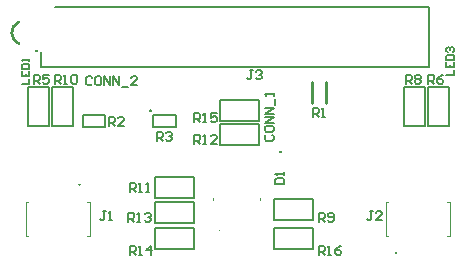
<source format=gto>
G04*
G04 #@! TF.GenerationSoftware,Altium Limited,Altium Designer,19.1.5 (86)*
G04*
G04 Layer_Color=65535*
%FSLAX25Y25*%
%MOIN*%
G70*
G01*
G75*
%ADD10C,0.00787*%
%ADD11C,0.00394*%
%ADD12C,0.01000*%
%ADD13C,0.00800*%
%ADD14C,0.00600*%
D10*
X20480Y23917D02*
G03*
X20087Y23917I-197J0D01*
G01*
D02*
G03*
X20480Y23917I197J0D01*
G01*
D02*
G03*
X20087Y23917I-197J0D01*
G01*
X125520Y1083D02*
G03*
X125913Y1083I197J0D01*
G01*
D02*
G03*
X125520Y1083I-197J0D01*
G01*
D02*
G03*
X125913Y1083I197J0D01*
G01*
X12000Y82961D02*
X136626D01*
Y63051D02*
Y82961D01*
X7374Y63051D02*
X136626D01*
X7374D02*
Y68012D01*
D11*
X66991Y8778D02*
G03*
X66991Y8778I-197J0D01*
G01*
X23728Y6929D02*
Y18071D01*
Y6929D02*
Y18071D01*
X2272Y6929D02*
Y18071D01*
Y6929D02*
Y18071D01*
X22842D02*
X23728D01*
X22842D02*
X23728D01*
X2272D02*
X3158D01*
X2272D02*
X3158D01*
X2272Y6929D02*
X3158D01*
X2272D02*
X3158D01*
X22842D02*
X23728D01*
X22842D02*
X23728D01*
X122272D02*
Y18071D01*
Y6929D02*
Y18071D01*
X143728Y6929D02*
Y18071D01*
Y6929D02*
Y18071D01*
X122272Y6929D02*
X123158D01*
X122272D02*
X123158D01*
X142842D02*
X143728D01*
X142842D02*
X143728D01*
X142842Y18071D02*
X143728D01*
X142842D02*
X143728D01*
X122272D02*
X123158D01*
X122272D02*
X123158D01*
X80374Y18645D02*
Y19317D01*
X64626Y18645D02*
Y19317D01*
D12*
X5811Y68476D02*
G03*
X5811Y68476I-47J0D01*
G01*
X13Y78133D02*
G03*
X20Y70864I1512J-3633D01*
G01*
X43886Y48547D02*
G03*
X43886Y48547I-197J0D01*
G01*
X87244Y34811D02*
G03*
X87244Y34811I-197J0D01*
G01*
X102362Y50957D02*
Y58043D01*
X97638Y50957D02*
Y58043D01*
D13*
X67000Y52000D02*
X80000D01*
X67000Y45000D02*
Y52000D01*
Y45000D02*
X80000D01*
Y52000D01*
X67000Y44000D02*
X80000D01*
X67000Y37000D02*
Y44000D01*
Y37000D02*
X80000D01*
Y44000D01*
X85000Y12000D02*
X98000D01*
Y19000D01*
X85000D02*
X98000D01*
X85000Y12000D02*
Y19000D01*
Y2500D02*
X98000D01*
Y9500D01*
X85000D02*
X98000D01*
X85000Y2500D02*
Y9500D01*
X45500Y2500D02*
X58500D01*
Y9500D01*
X45500D02*
X58500D01*
X45500Y2500D02*
Y9500D01*
Y11000D02*
X58500D01*
Y18000D01*
X45500D02*
X58500D01*
X45500Y11000D02*
Y18000D01*
Y19500D02*
X58500D01*
Y26500D01*
X45500D02*
X58500D01*
X45500Y19500D02*
Y26500D01*
X10000Y43500D02*
Y56500D01*
X3000D02*
X10000D01*
X3000Y43500D02*
Y56500D01*
Y43500D02*
X10000D01*
X11000D02*
Y56500D01*
Y43500D02*
X18000D01*
Y56500D01*
X11000D02*
X18000D01*
X128500Y43500D02*
X135500D01*
X128500D02*
Y56500D01*
X135500D01*
Y43500D02*
Y56500D01*
X143500Y43500D02*
Y56500D01*
X136500D02*
X143500D01*
X136500Y43500D02*
Y56500D01*
Y43500D02*
X143500D01*
D14*
X21260Y43031D02*
Y46968D01*
Y43031D02*
X28740D01*
Y46968D01*
X21260D02*
X28740D01*
X52240Y43031D02*
Y46968D01*
X44760D02*
X52240D01*
X44760Y43031D02*
Y46968D01*
Y43031D02*
X52240D01*
X28999Y14999D02*
X28000D01*
X28499D01*
Y12500D01*
X28000Y12000D01*
X27500D01*
X27000Y12500D01*
X29999Y12000D02*
X30999D01*
X30499D01*
Y14999D01*
X29999Y14499D01*
X142501Y60500D02*
X145000D01*
Y62166D01*
X142501Y64665D02*
Y62999D01*
X145000D01*
Y64665D01*
X143750Y62999D02*
Y63832D01*
X142501Y65498D02*
X145000D01*
Y66748D01*
X144583Y67164D01*
X142917D01*
X142501Y66748D01*
Y65498D01*
X142917Y67998D02*
X142501Y68414D01*
Y69247D01*
X142917Y69664D01*
X143334D01*
X143750Y69247D01*
Y68831D01*
Y69247D01*
X144167Y69664D01*
X144583D01*
X145000Y69247D01*
Y68414D01*
X144583Y67998D01*
X1001Y57500D02*
X3500D01*
Y59166D01*
X1001Y61665D02*
Y59999D01*
X3500D01*
Y61665D01*
X2250Y59999D02*
Y60832D01*
X1001Y62498D02*
X3500D01*
Y63748D01*
X3084Y64165D01*
X1417D01*
X1001Y63748D01*
Y62498D01*
X3500Y64998D02*
Y65831D01*
Y65414D01*
X1001D01*
X1417Y64998D01*
X129000Y57500D02*
Y60499D01*
X130499D01*
X130999Y59999D01*
Y59000D01*
X130499Y58500D01*
X129000D01*
X130000D02*
X130999Y57500D01*
X131999Y59999D02*
X132499Y60499D01*
X133499D01*
X133998Y59999D01*
Y59499D01*
X133499Y59000D01*
X133998Y58500D01*
Y58000D01*
X133499Y57500D01*
X132499D01*
X131999Y58000D01*
Y58500D01*
X132499Y59000D01*
X131999Y59499D01*
Y59999D01*
X132499Y59000D02*
X133499D01*
X46000Y38500D02*
Y41499D01*
X47499D01*
X47999Y40999D01*
Y39999D01*
X47499Y39500D01*
X46000D01*
X47000D02*
X47999Y38500D01*
X48999Y40999D02*
X49499Y41499D01*
X50499D01*
X50998Y40999D01*
Y40499D01*
X50499Y39999D01*
X49999D01*
X50499D01*
X50998Y39500D01*
Y39000D01*
X50499Y38500D01*
X49499D01*
X48999Y39000D01*
X30000Y43500D02*
Y46499D01*
X31499D01*
X31999Y45999D01*
Y45000D01*
X31499Y44500D01*
X30000D01*
X31000D02*
X31999Y43500D01*
X34998D02*
X32999D01*
X34998Y45499D01*
Y45999D01*
X34499Y46499D01*
X33499D01*
X32999Y45999D01*
X85501Y24000D02*
X88500D01*
Y25499D01*
X88000Y25999D01*
X86001D01*
X85501Y25499D01*
Y24000D01*
X88500Y26999D02*
Y27999D01*
Y27499D01*
X85501D01*
X86001Y26999D01*
X58500Y37500D02*
Y40499D01*
X60000D01*
X60499Y39999D01*
Y39000D01*
X60000Y38500D01*
X58500D01*
X59500D02*
X60499Y37500D01*
X61499D02*
X62499D01*
X61999D01*
Y40499D01*
X61499Y39999D01*
X65998Y37500D02*
X63998D01*
X65998Y39499D01*
Y39999D01*
X65498Y40499D01*
X64498D01*
X63998Y39999D01*
X12000Y57500D02*
Y60499D01*
X13499D01*
X13999Y59999D01*
Y59000D01*
X13499Y58500D01*
X12000D01*
X13000D02*
X13999Y57500D01*
X14999D02*
X15999D01*
X15499D01*
Y60499D01*
X14999Y59999D01*
X17498D02*
X17998Y60499D01*
X18998D01*
X19498Y59999D01*
Y58000D01*
X18998Y57500D01*
X17998D01*
X17498Y58000D01*
Y59999D01*
X136482Y57518D02*
Y60517D01*
X137981D01*
X138481Y60017D01*
Y59018D01*
X137981Y58518D01*
X136482D01*
X137481D02*
X138481Y57518D01*
X141480Y60517D02*
X140480Y60017D01*
X139481Y59018D01*
Y58018D01*
X139981Y57518D01*
X140980D01*
X141480Y58018D01*
Y58518D01*
X140980Y59018D01*
X139481D01*
X5000Y57500D02*
Y60499D01*
X6499D01*
X6999Y59999D01*
Y59000D01*
X6499Y58500D01*
X5000D01*
X6000D02*
X6999Y57500D01*
X9998Y60499D02*
X7999D01*
Y59000D01*
X8999Y59499D01*
X9499D01*
X9998Y59000D01*
Y58000D01*
X9499Y57500D01*
X8499D01*
X7999Y58000D01*
X100000Y11500D02*
Y14499D01*
X101499D01*
X101999Y13999D01*
Y13000D01*
X101499Y12500D01*
X100000D01*
X101000D02*
X101999Y11500D01*
X102999Y12000D02*
X103499Y11500D01*
X104499D01*
X104998Y12000D01*
Y13999D01*
X104499Y14499D01*
X103499D01*
X102999Y13999D01*
Y13499D01*
X103499Y13000D01*
X104998D01*
X58500Y44750D02*
Y47749D01*
X60000D01*
X60499Y47249D01*
Y46249D01*
X60000Y45750D01*
X58500D01*
X59500D02*
X60499Y44750D01*
X61499D02*
X62499D01*
X61999D01*
Y47749D01*
X61499Y47249D01*
X65998Y47749D02*
X63998D01*
Y46249D01*
X64998Y46749D01*
X65498D01*
X65998Y46249D01*
Y45250D01*
X65498Y44750D01*
X64498D01*
X63998Y45250D01*
X100000Y500D02*
Y3499D01*
X101499D01*
X101999Y2999D01*
Y2000D01*
X101499Y1500D01*
X100000D01*
X101000D02*
X101999Y500D01*
X102999D02*
X103999D01*
X103499D01*
Y3499D01*
X102999Y2999D01*
X107498Y3499D02*
X106498Y2999D01*
X105498Y2000D01*
Y1000D01*
X105998Y500D01*
X106998D01*
X107498Y1000D01*
Y1500D01*
X106998Y2000D01*
X105498D01*
X37000Y21500D02*
Y24499D01*
X38500D01*
X38999Y23999D01*
Y22999D01*
X38500Y22500D01*
X37000D01*
X38000D02*
X38999Y21500D01*
X39999D02*
X40999D01*
X40499D01*
Y24499D01*
X39999Y23999D01*
X42498Y21500D02*
X43498D01*
X42998D01*
Y24499D01*
X42498Y23999D01*
X36500Y11500D02*
Y14499D01*
X37999D01*
X38499Y13999D01*
Y13000D01*
X37999Y12500D01*
X36500D01*
X37500D02*
X38499Y11500D01*
X39499D02*
X40499D01*
X39999D01*
Y14499D01*
X39499Y13999D01*
X41998D02*
X42498Y14499D01*
X43498D01*
X43998Y13999D01*
Y13499D01*
X43498Y13000D01*
X42998D01*
X43498D01*
X43998Y12500D01*
Y12000D01*
X43498Y11500D01*
X42498D01*
X41998Y12000D01*
X37000Y500D02*
Y3499D01*
X38500D01*
X38999Y2999D01*
Y2000D01*
X38500Y1500D01*
X37000D01*
X38000D02*
X38999Y500D01*
X39999D02*
X40999D01*
X40499D01*
Y3499D01*
X39999Y2999D01*
X43998Y500D02*
Y3499D01*
X42498Y2000D01*
X44498D01*
X98000Y46500D02*
Y49499D01*
X99499D01*
X99999Y48999D01*
Y48000D01*
X99499Y47500D01*
X98000D01*
X99000D02*
X99999Y46500D01*
X100999D02*
X101999D01*
X101499D01*
Y49499D01*
X100999Y48999D01*
X77999Y61999D02*
X77000D01*
X77500D01*
Y59500D01*
X77000Y59000D01*
X76500D01*
X76000Y59500D01*
X78999Y61499D02*
X79499Y61999D01*
X80499D01*
X80998Y61499D01*
Y60999D01*
X80499Y60500D01*
X79999D01*
X80499D01*
X80998Y60000D01*
Y59500D01*
X80499Y59000D01*
X79499D01*
X78999Y59500D01*
X117999Y14999D02*
X117000D01*
X117499D01*
Y12500D01*
X117000Y12000D01*
X116500D01*
X116000Y12500D01*
X120998Y12000D02*
X118999D01*
X120998Y13999D01*
Y14499D01*
X120499Y14999D01*
X119499D01*
X118999Y14499D01*
X24499Y59499D02*
X24000Y59999D01*
X23000D01*
X22500Y59499D01*
Y57500D01*
X23000Y57000D01*
X24000D01*
X24499Y57500D01*
X26999Y59999D02*
X25999D01*
X25499Y59499D01*
Y57500D01*
X25999Y57000D01*
X26999D01*
X27498Y57500D01*
Y59499D01*
X26999Y59999D01*
X28498Y57000D02*
Y59999D01*
X30497Y57000D01*
Y59999D01*
X31497Y57000D02*
Y59999D01*
X33496Y57000D01*
Y59999D01*
X34496Y56500D02*
X36496D01*
X39494Y57000D02*
X37495D01*
X39494Y58999D01*
Y59499D01*
X38995Y59999D01*
X37995D01*
X37495Y59499D01*
X82501Y40499D02*
X82001Y39999D01*
Y39000D01*
X82501Y38500D01*
X84500D01*
X85000Y39000D01*
Y39999D01*
X84500Y40499D01*
X82001Y42999D02*
Y41999D01*
X82501Y41499D01*
X84500D01*
X85000Y41999D01*
Y42999D01*
X84500Y43498D01*
X82501D01*
X82001Y42999D01*
X85000Y44498D02*
X82001D01*
X85000Y46497D01*
X82001D01*
X85000Y47497D02*
X82001D01*
X85000Y49496D01*
X82001D01*
X85500Y50496D02*
Y52495D01*
X85000Y53495D02*
Y54495D01*
Y53995D01*
X82001D01*
X82501Y53495D01*
M02*

</source>
